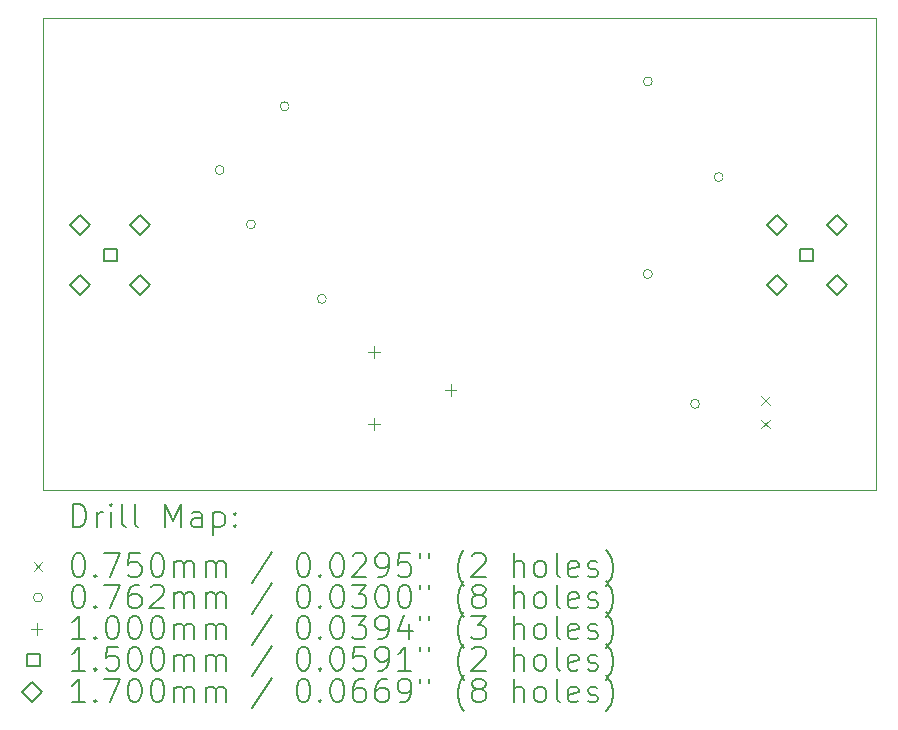
<source format=gbr>
%FSLAX45Y45*%
G04 Gerber Fmt 4.5, Leading zero omitted, Abs format (unit mm)*
G04 Created by KiCad (PCBNEW (6.0.4)) date 2022-04-05 14:23:42*
%MOMM*%
%LPD*%
G01*
G04 APERTURE LIST*
%TA.AperFunction,Profile*%
%ADD10C,0.100000*%
%TD*%
%ADD11C,0.200000*%
%ADD12C,0.075000*%
%ADD13C,0.076200*%
%ADD14C,0.100000*%
%ADD15C,0.150000*%
%ADD16C,0.170000*%
G04 APERTURE END LIST*
D10*
X11570000Y-6790000D02*
X18620000Y-6790000D01*
X18620000Y-6790000D02*
X18620000Y-10790000D01*
X18620000Y-10790000D02*
X11570000Y-10790000D01*
X11570000Y-10790000D02*
X11570000Y-6790000D01*
D11*
D12*
X17652500Y-9992500D02*
X17727500Y-10067500D01*
X17727500Y-9992500D02*
X17652500Y-10067500D01*
X17652500Y-10192500D02*
X17727500Y-10267500D01*
X17727500Y-10192500D02*
X17652500Y-10267500D01*
D13*
X13103100Y-8080000D02*
G75*
G03*
X13103100Y-8080000I-38100J0D01*
G01*
X13368100Y-8540000D02*
G75*
G03*
X13368100Y-8540000I-38100J0D01*
G01*
X13653100Y-7540000D02*
G75*
G03*
X13653100Y-7540000I-38100J0D01*
G01*
X13968100Y-9170000D02*
G75*
G03*
X13968100Y-9170000I-38100J0D01*
G01*
X16728100Y-7330000D02*
G75*
G03*
X16728100Y-7330000I-38100J0D01*
G01*
X16728100Y-8960000D02*
G75*
G03*
X16728100Y-8960000I-38100J0D01*
G01*
X17128100Y-10060000D02*
G75*
G03*
X17128100Y-10060000I-38100J0D01*
G01*
X17328100Y-8140000D02*
G75*
G03*
X17328100Y-8140000I-38100J0D01*
G01*
D14*
X14370000Y-9570000D02*
X14370000Y-9670000D01*
X14320000Y-9620000D02*
X14420000Y-9620000D01*
X14370000Y-10180000D02*
X14370000Y-10280000D01*
X14320000Y-10230000D02*
X14420000Y-10230000D01*
X15020000Y-9890000D02*
X15020000Y-9990000D01*
X14970000Y-9940000D02*
X15070000Y-9940000D01*
D15*
X12193033Y-8853034D02*
X12193033Y-8746967D01*
X12086966Y-8746967D01*
X12086966Y-8853034D01*
X12193033Y-8853034D01*
X18088034Y-8853034D02*
X18088034Y-8746967D01*
X17981967Y-8746967D01*
X17981967Y-8853034D01*
X18088034Y-8853034D01*
D16*
X11886000Y-8631000D02*
X11971000Y-8546000D01*
X11886000Y-8461000D01*
X11801000Y-8546000D01*
X11886000Y-8631000D01*
X11886000Y-9139000D02*
X11971000Y-9054000D01*
X11886000Y-8969000D01*
X11801000Y-9054000D01*
X11886000Y-9139000D01*
X12394000Y-8631000D02*
X12479000Y-8546000D01*
X12394000Y-8461000D01*
X12309000Y-8546000D01*
X12394000Y-8631000D01*
X12394000Y-9139000D02*
X12479000Y-9054000D01*
X12394000Y-8969000D01*
X12309000Y-9054000D01*
X12394000Y-9139000D01*
X17781000Y-8631000D02*
X17866000Y-8546000D01*
X17781000Y-8461000D01*
X17696000Y-8546000D01*
X17781000Y-8631000D01*
X17781000Y-9139000D02*
X17866000Y-9054000D01*
X17781000Y-8969000D01*
X17696000Y-9054000D01*
X17781000Y-9139000D01*
X18289000Y-8631000D02*
X18374000Y-8546000D01*
X18289000Y-8461000D01*
X18204000Y-8546000D01*
X18289000Y-8631000D01*
X18289000Y-9139000D02*
X18374000Y-9054000D01*
X18289000Y-8969000D01*
X18204000Y-9054000D01*
X18289000Y-9139000D01*
D11*
X11822619Y-11105476D02*
X11822619Y-10905476D01*
X11870238Y-10905476D01*
X11898809Y-10915000D01*
X11917857Y-10934048D01*
X11927381Y-10953095D01*
X11936905Y-10991190D01*
X11936905Y-11019762D01*
X11927381Y-11057857D01*
X11917857Y-11076905D01*
X11898809Y-11095952D01*
X11870238Y-11105476D01*
X11822619Y-11105476D01*
X12022619Y-11105476D02*
X12022619Y-10972143D01*
X12022619Y-11010238D02*
X12032143Y-10991190D01*
X12041667Y-10981667D01*
X12060714Y-10972143D01*
X12079762Y-10972143D01*
X12146428Y-11105476D02*
X12146428Y-10972143D01*
X12146428Y-10905476D02*
X12136905Y-10915000D01*
X12146428Y-10924524D01*
X12155952Y-10915000D01*
X12146428Y-10905476D01*
X12146428Y-10924524D01*
X12270238Y-11105476D02*
X12251190Y-11095952D01*
X12241667Y-11076905D01*
X12241667Y-10905476D01*
X12375000Y-11105476D02*
X12355952Y-11095952D01*
X12346428Y-11076905D01*
X12346428Y-10905476D01*
X12603571Y-11105476D02*
X12603571Y-10905476D01*
X12670238Y-11048333D01*
X12736905Y-10905476D01*
X12736905Y-11105476D01*
X12917857Y-11105476D02*
X12917857Y-11000714D01*
X12908333Y-10981667D01*
X12889286Y-10972143D01*
X12851190Y-10972143D01*
X12832143Y-10981667D01*
X12917857Y-11095952D02*
X12898809Y-11105476D01*
X12851190Y-11105476D01*
X12832143Y-11095952D01*
X12822619Y-11076905D01*
X12822619Y-11057857D01*
X12832143Y-11038810D01*
X12851190Y-11029286D01*
X12898809Y-11029286D01*
X12917857Y-11019762D01*
X13013095Y-10972143D02*
X13013095Y-11172143D01*
X13013095Y-10981667D02*
X13032143Y-10972143D01*
X13070238Y-10972143D01*
X13089286Y-10981667D01*
X13098809Y-10991190D01*
X13108333Y-11010238D01*
X13108333Y-11067381D01*
X13098809Y-11086429D01*
X13089286Y-11095952D01*
X13070238Y-11105476D01*
X13032143Y-11105476D01*
X13013095Y-11095952D01*
X13194048Y-11086429D02*
X13203571Y-11095952D01*
X13194048Y-11105476D01*
X13184524Y-11095952D01*
X13194048Y-11086429D01*
X13194048Y-11105476D01*
X13194048Y-10981667D02*
X13203571Y-10991190D01*
X13194048Y-11000714D01*
X13184524Y-10991190D01*
X13194048Y-10981667D01*
X13194048Y-11000714D01*
D12*
X11490000Y-11397500D02*
X11565000Y-11472500D01*
X11565000Y-11397500D02*
X11490000Y-11472500D01*
D11*
X11860714Y-11325476D02*
X11879762Y-11325476D01*
X11898809Y-11335000D01*
X11908333Y-11344524D01*
X11917857Y-11363571D01*
X11927381Y-11401667D01*
X11927381Y-11449286D01*
X11917857Y-11487381D01*
X11908333Y-11506428D01*
X11898809Y-11515952D01*
X11879762Y-11525476D01*
X11860714Y-11525476D01*
X11841667Y-11515952D01*
X11832143Y-11506428D01*
X11822619Y-11487381D01*
X11813095Y-11449286D01*
X11813095Y-11401667D01*
X11822619Y-11363571D01*
X11832143Y-11344524D01*
X11841667Y-11335000D01*
X11860714Y-11325476D01*
X12013095Y-11506428D02*
X12022619Y-11515952D01*
X12013095Y-11525476D01*
X12003571Y-11515952D01*
X12013095Y-11506428D01*
X12013095Y-11525476D01*
X12089286Y-11325476D02*
X12222619Y-11325476D01*
X12136905Y-11525476D01*
X12394048Y-11325476D02*
X12298809Y-11325476D01*
X12289286Y-11420714D01*
X12298809Y-11411190D01*
X12317857Y-11401667D01*
X12365476Y-11401667D01*
X12384524Y-11411190D01*
X12394048Y-11420714D01*
X12403571Y-11439762D01*
X12403571Y-11487381D01*
X12394048Y-11506428D01*
X12384524Y-11515952D01*
X12365476Y-11525476D01*
X12317857Y-11525476D01*
X12298809Y-11515952D01*
X12289286Y-11506428D01*
X12527381Y-11325476D02*
X12546428Y-11325476D01*
X12565476Y-11335000D01*
X12575000Y-11344524D01*
X12584524Y-11363571D01*
X12594048Y-11401667D01*
X12594048Y-11449286D01*
X12584524Y-11487381D01*
X12575000Y-11506428D01*
X12565476Y-11515952D01*
X12546428Y-11525476D01*
X12527381Y-11525476D01*
X12508333Y-11515952D01*
X12498809Y-11506428D01*
X12489286Y-11487381D01*
X12479762Y-11449286D01*
X12479762Y-11401667D01*
X12489286Y-11363571D01*
X12498809Y-11344524D01*
X12508333Y-11335000D01*
X12527381Y-11325476D01*
X12679762Y-11525476D02*
X12679762Y-11392143D01*
X12679762Y-11411190D02*
X12689286Y-11401667D01*
X12708333Y-11392143D01*
X12736905Y-11392143D01*
X12755952Y-11401667D01*
X12765476Y-11420714D01*
X12765476Y-11525476D01*
X12765476Y-11420714D02*
X12775000Y-11401667D01*
X12794048Y-11392143D01*
X12822619Y-11392143D01*
X12841667Y-11401667D01*
X12851190Y-11420714D01*
X12851190Y-11525476D01*
X12946428Y-11525476D02*
X12946428Y-11392143D01*
X12946428Y-11411190D02*
X12955952Y-11401667D01*
X12975000Y-11392143D01*
X13003571Y-11392143D01*
X13022619Y-11401667D01*
X13032143Y-11420714D01*
X13032143Y-11525476D01*
X13032143Y-11420714D02*
X13041667Y-11401667D01*
X13060714Y-11392143D01*
X13089286Y-11392143D01*
X13108333Y-11401667D01*
X13117857Y-11420714D01*
X13117857Y-11525476D01*
X13508333Y-11315952D02*
X13336905Y-11573095D01*
X13765476Y-11325476D02*
X13784524Y-11325476D01*
X13803571Y-11335000D01*
X13813095Y-11344524D01*
X13822619Y-11363571D01*
X13832143Y-11401667D01*
X13832143Y-11449286D01*
X13822619Y-11487381D01*
X13813095Y-11506428D01*
X13803571Y-11515952D01*
X13784524Y-11525476D01*
X13765476Y-11525476D01*
X13746428Y-11515952D01*
X13736905Y-11506428D01*
X13727381Y-11487381D01*
X13717857Y-11449286D01*
X13717857Y-11401667D01*
X13727381Y-11363571D01*
X13736905Y-11344524D01*
X13746428Y-11335000D01*
X13765476Y-11325476D01*
X13917857Y-11506428D02*
X13927381Y-11515952D01*
X13917857Y-11525476D01*
X13908333Y-11515952D01*
X13917857Y-11506428D01*
X13917857Y-11525476D01*
X14051190Y-11325476D02*
X14070238Y-11325476D01*
X14089286Y-11335000D01*
X14098809Y-11344524D01*
X14108333Y-11363571D01*
X14117857Y-11401667D01*
X14117857Y-11449286D01*
X14108333Y-11487381D01*
X14098809Y-11506428D01*
X14089286Y-11515952D01*
X14070238Y-11525476D01*
X14051190Y-11525476D01*
X14032143Y-11515952D01*
X14022619Y-11506428D01*
X14013095Y-11487381D01*
X14003571Y-11449286D01*
X14003571Y-11401667D01*
X14013095Y-11363571D01*
X14022619Y-11344524D01*
X14032143Y-11335000D01*
X14051190Y-11325476D01*
X14194048Y-11344524D02*
X14203571Y-11335000D01*
X14222619Y-11325476D01*
X14270238Y-11325476D01*
X14289286Y-11335000D01*
X14298809Y-11344524D01*
X14308333Y-11363571D01*
X14308333Y-11382619D01*
X14298809Y-11411190D01*
X14184524Y-11525476D01*
X14308333Y-11525476D01*
X14403571Y-11525476D02*
X14441667Y-11525476D01*
X14460714Y-11515952D01*
X14470238Y-11506428D01*
X14489286Y-11477857D01*
X14498809Y-11439762D01*
X14498809Y-11363571D01*
X14489286Y-11344524D01*
X14479762Y-11335000D01*
X14460714Y-11325476D01*
X14422619Y-11325476D01*
X14403571Y-11335000D01*
X14394048Y-11344524D01*
X14384524Y-11363571D01*
X14384524Y-11411190D01*
X14394048Y-11430238D01*
X14403571Y-11439762D01*
X14422619Y-11449286D01*
X14460714Y-11449286D01*
X14479762Y-11439762D01*
X14489286Y-11430238D01*
X14498809Y-11411190D01*
X14679762Y-11325476D02*
X14584524Y-11325476D01*
X14575000Y-11420714D01*
X14584524Y-11411190D01*
X14603571Y-11401667D01*
X14651190Y-11401667D01*
X14670238Y-11411190D01*
X14679762Y-11420714D01*
X14689286Y-11439762D01*
X14689286Y-11487381D01*
X14679762Y-11506428D01*
X14670238Y-11515952D01*
X14651190Y-11525476D01*
X14603571Y-11525476D01*
X14584524Y-11515952D01*
X14575000Y-11506428D01*
X14765476Y-11325476D02*
X14765476Y-11363571D01*
X14841667Y-11325476D02*
X14841667Y-11363571D01*
X15136905Y-11601667D02*
X15127381Y-11592143D01*
X15108333Y-11563571D01*
X15098809Y-11544524D01*
X15089286Y-11515952D01*
X15079762Y-11468333D01*
X15079762Y-11430238D01*
X15089286Y-11382619D01*
X15098809Y-11354048D01*
X15108333Y-11335000D01*
X15127381Y-11306428D01*
X15136905Y-11296905D01*
X15203571Y-11344524D02*
X15213095Y-11335000D01*
X15232143Y-11325476D01*
X15279762Y-11325476D01*
X15298809Y-11335000D01*
X15308333Y-11344524D01*
X15317857Y-11363571D01*
X15317857Y-11382619D01*
X15308333Y-11411190D01*
X15194048Y-11525476D01*
X15317857Y-11525476D01*
X15555952Y-11525476D02*
X15555952Y-11325476D01*
X15641667Y-11525476D02*
X15641667Y-11420714D01*
X15632143Y-11401667D01*
X15613095Y-11392143D01*
X15584524Y-11392143D01*
X15565476Y-11401667D01*
X15555952Y-11411190D01*
X15765476Y-11525476D02*
X15746428Y-11515952D01*
X15736905Y-11506428D01*
X15727381Y-11487381D01*
X15727381Y-11430238D01*
X15736905Y-11411190D01*
X15746428Y-11401667D01*
X15765476Y-11392143D01*
X15794048Y-11392143D01*
X15813095Y-11401667D01*
X15822619Y-11411190D01*
X15832143Y-11430238D01*
X15832143Y-11487381D01*
X15822619Y-11506428D01*
X15813095Y-11515952D01*
X15794048Y-11525476D01*
X15765476Y-11525476D01*
X15946428Y-11525476D02*
X15927381Y-11515952D01*
X15917857Y-11496905D01*
X15917857Y-11325476D01*
X16098809Y-11515952D02*
X16079762Y-11525476D01*
X16041667Y-11525476D01*
X16022619Y-11515952D01*
X16013095Y-11496905D01*
X16013095Y-11420714D01*
X16022619Y-11401667D01*
X16041667Y-11392143D01*
X16079762Y-11392143D01*
X16098809Y-11401667D01*
X16108333Y-11420714D01*
X16108333Y-11439762D01*
X16013095Y-11458809D01*
X16184524Y-11515952D02*
X16203571Y-11525476D01*
X16241667Y-11525476D01*
X16260714Y-11515952D01*
X16270238Y-11496905D01*
X16270238Y-11487381D01*
X16260714Y-11468333D01*
X16241667Y-11458809D01*
X16213095Y-11458809D01*
X16194048Y-11449286D01*
X16184524Y-11430238D01*
X16184524Y-11420714D01*
X16194048Y-11401667D01*
X16213095Y-11392143D01*
X16241667Y-11392143D01*
X16260714Y-11401667D01*
X16336905Y-11601667D02*
X16346428Y-11592143D01*
X16365476Y-11563571D01*
X16375000Y-11544524D01*
X16384524Y-11515952D01*
X16394048Y-11468333D01*
X16394048Y-11430238D01*
X16384524Y-11382619D01*
X16375000Y-11354048D01*
X16365476Y-11335000D01*
X16346428Y-11306428D01*
X16336905Y-11296905D01*
D13*
X11565000Y-11699000D02*
G75*
G03*
X11565000Y-11699000I-38100J0D01*
G01*
D11*
X11860714Y-11589476D02*
X11879762Y-11589476D01*
X11898809Y-11599000D01*
X11908333Y-11608524D01*
X11917857Y-11627571D01*
X11927381Y-11665667D01*
X11927381Y-11713286D01*
X11917857Y-11751381D01*
X11908333Y-11770428D01*
X11898809Y-11779952D01*
X11879762Y-11789476D01*
X11860714Y-11789476D01*
X11841667Y-11779952D01*
X11832143Y-11770428D01*
X11822619Y-11751381D01*
X11813095Y-11713286D01*
X11813095Y-11665667D01*
X11822619Y-11627571D01*
X11832143Y-11608524D01*
X11841667Y-11599000D01*
X11860714Y-11589476D01*
X12013095Y-11770428D02*
X12022619Y-11779952D01*
X12013095Y-11789476D01*
X12003571Y-11779952D01*
X12013095Y-11770428D01*
X12013095Y-11789476D01*
X12089286Y-11589476D02*
X12222619Y-11589476D01*
X12136905Y-11789476D01*
X12384524Y-11589476D02*
X12346428Y-11589476D01*
X12327381Y-11599000D01*
X12317857Y-11608524D01*
X12298809Y-11637095D01*
X12289286Y-11675190D01*
X12289286Y-11751381D01*
X12298809Y-11770428D01*
X12308333Y-11779952D01*
X12327381Y-11789476D01*
X12365476Y-11789476D01*
X12384524Y-11779952D01*
X12394048Y-11770428D01*
X12403571Y-11751381D01*
X12403571Y-11703762D01*
X12394048Y-11684714D01*
X12384524Y-11675190D01*
X12365476Y-11665667D01*
X12327381Y-11665667D01*
X12308333Y-11675190D01*
X12298809Y-11684714D01*
X12289286Y-11703762D01*
X12479762Y-11608524D02*
X12489286Y-11599000D01*
X12508333Y-11589476D01*
X12555952Y-11589476D01*
X12575000Y-11599000D01*
X12584524Y-11608524D01*
X12594048Y-11627571D01*
X12594048Y-11646619D01*
X12584524Y-11675190D01*
X12470238Y-11789476D01*
X12594048Y-11789476D01*
X12679762Y-11789476D02*
X12679762Y-11656143D01*
X12679762Y-11675190D02*
X12689286Y-11665667D01*
X12708333Y-11656143D01*
X12736905Y-11656143D01*
X12755952Y-11665667D01*
X12765476Y-11684714D01*
X12765476Y-11789476D01*
X12765476Y-11684714D02*
X12775000Y-11665667D01*
X12794048Y-11656143D01*
X12822619Y-11656143D01*
X12841667Y-11665667D01*
X12851190Y-11684714D01*
X12851190Y-11789476D01*
X12946428Y-11789476D02*
X12946428Y-11656143D01*
X12946428Y-11675190D02*
X12955952Y-11665667D01*
X12975000Y-11656143D01*
X13003571Y-11656143D01*
X13022619Y-11665667D01*
X13032143Y-11684714D01*
X13032143Y-11789476D01*
X13032143Y-11684714D02*
X13041667Y-11665667D01*
X13060714Y-11656143D01*
X13089286Y-11656143D01*
X13108333Y-11665667D01*
X13117857Y-11684714D01*
X13117857Y-11789476D01*
X13508333Y-11579952D02*
X13336905Y-11837095D01*
X13765476Y-11589476D02*
X13784524Y-11589476D01*
X13803571Y-11599000D01*
X13813095Y-11608524D01*
X13822619Y-11627571D01*
X13832143Y-11665667D01*
X13832143Y-11713286D01*
X13822619Y-11751381D01*
X13813095Y-11770428D01*
X13803571Y-11779952D01*
X13784524Y-11789476D01*
X13765476Y-11789476D01*
X13746428Y-11779952D01*
X13736905Y-11770428D01*
X13727381Y-11751381D01*
X13717857Y-11713286D01*
X13717857Y-11665667D01*
X13727381Y-11627571D01*
X13736905Y-11608524D01*
X13746428Y-11599000D01*
X13765476Y-11589476D01*
X13917857Y-11770428D02*
X13927381Y-11779952D01*
X13917857Y-11789476D01*
X13908333Y-11779952D01*
X13917857Y-11770428D01*
X13917857Y-11789476D01*
X14051190Y-11589476D02*
X14070238Y-11589476D01*
X14089286Y-11599000D01*
X14098809Y-11608524D01*
X14108333Y-11627571D01*
X14117857Y-11665667D01*
X14117857Y-11713286D01*
X14108333Y-11751381D01*
X14098809Y-11770428D01*
X14089286Y-11779952D01*
X14070238Y-11789476D01*
X14051190Y-11789476D01*
X14032143Y-11779952D01*
X14022619Y-11770428D01*
X14013095Y-11751381D01*
X14003571Y-11713286D01*
X14003571Y-11665667D01*
X14013095Y-11627571D01*
X14022619Y-11608524D01*
X14032143Y-11599000D01*
X14051190Y-11589476D01*
X14184524Y-11589476D02*
X14308333Y-11589476D01*
X14241667Y-11665667D01*
X14270238Y-11665667D01*
X14289286Y-11675190D01*
X14298809Y-11684714D01*
X14308333Y-11703762D01*
X14308333Y-11751381D01*
X14298809Y-11770428D01*
X14289286Y-11779952D01*
X14270238Y-11789476D01*
X14213095Y-11789476D01*
X14194048Y-11779952D01*
X14184524Y-11770428D01*
X14432143Y-11589476D02*
X14451190Y-11589476D01*
X14470238Y-11599000D01*
X14479762Y-11608524D01*
X14489286Y-11627571D01*
X14498809Y-11665667D01*
X14498809Y-11713286D01*
X14489286Y-11751381D01*
X14479762Y-11770428D01*
X14470238Y-11779952D01*
X14451190Y-11789476D01*
X14432143Y-11789476D01*
X14413095Y-11779952D01*
X14403571Y-11770428D01*
X14394048Y-11751381D01*
X14384524Y-11713286D01*
X14384524Y-11665667D01*
X14394048Y-11627571D01*
X14403571Y-11608524D01*
X14413095Y-11599000D01*
X14432143Y-11589476D01*
X14622619Y-11589476D02*
X14641667Y-11589476D01*
X14660714Y-11599000D01*
X14670238Y-11608524D01*
X14679762Y-11627571D01*
X14689286Y-11665667D01*
X14689286Y-11713286D01*
X14679762Y-11751381D01*
X14670238Y-11770428D01*
X14660714Y-11779952D01*
X14641667Y-11789476D01*
X14622619Y-11789476D01*
X14603571Y-11779952D01*
X14594048Y-11770428D01*
X14584524Y-11751381D01*
X14575000Y-11713286D01*
X14575000Y-11665667D01*
X14584524Y-11627571D01*
X14594048Y-11608524D01*
X14603571Y-11599000D01*
X14622619Y-11589476D01*
X14765476Y-11589476D02*
X14765476Y-11627571D01*
X14841667Y-11589476D02*
X14841667Y-11627571D01*
X15136905Y-11865667D02*
X15127381Y-11856143D01*
X15108333Y-11827571D01*
X15098809Y-11808524D01*
X15089286Y-11779952D01*
X15079762Y-11732333D01*
X15079762Y-11694238D01*
X15089286Y-11646619D01*
X15098809Y-11618048D01*
X15108333Y-11599000D01*
X15127381Y-11570428D01*
X15136905Y-11560905D01*
X15241667Y-11675190D02*
X15222619Y-11665667D01*
X15213095Y-11656143D01*
X15203571Y-11637095D01*
X15203571Y-11627571D01*
X15213095Y-11608524D01*
X15222619Y-11599000D01*
X15241667Y-11589476D01*
X15279762Y-11589476D01*
X15298809Y-11599000D01*
X15308333Y-11608524D01*
X15317857Y-11627571D01*
X15317857Y-11637095D01*
X15308333Y-11656143D01*
X15298809Y-11665667D01*
X15279762Y-11675190D01*
X15241667Y-11675190D01*
X15222619Y-11684714D01*
X15213095Y-11694238D01*
X15203571Y-11713286D01*
X15203571Y-11751381D01*
X15213095Y-11770428D01*
X15222619Y-11779952D01*
X15241667Y-11789476D01*
X15279762Y-11789476D01*
X15298809Y-11779952D01*
X15308333Y-11770428D01*
X15317857Y-11751381D01*
X15317857Y-11713286D01*
X15308333Y-11694238D01*
X15298809Y-11684714D01*
X15279762Y-11675190D01*
X15555952Y-11789476D02*
X15555952Y-11589476D01*
X15641667Y-11789476D02*
X15641667Y-11684714D01*
X15632143Y-11665667D01*
X15613095Y-11656143D01*
X15584524Y-11656143D01*
X15565476Y-11665667D01*
X15555952Y-11675190D01*
X15765476Y-11789476D02*
X15746428Y-11779952D01*
X15736905Y-11770428D01*
X15727381Y-11751381D01*
X15727381Y-11694238D01*
X15736905Y-11675190D01*
X15746428Y-11665667D01*
X15765476Y-11656143D01*
X15794048Y-11656143D01*
X15813095Y-11665667D01*
X15822619Y-11675190D01*
X15832143Y-11694238D01*
X15832143Y-11751381D01*
X15822619Y-11770428D01*
X15813095Y-11779952D01*
X15794048Y-11789476D01*
X15765476Y-11789476D01*
X15946428Y-11789476D02*
X15927381Y-11779952D01*
X15917857Y-11760905D01*
X15917857Y-11589476D01*
X16098809Y-11779952D02*
X16079762Y-11789476D01*
X16041667Y-11789476D01*
X16022619Y-11779952D01*
X16013095Y-11760905D01*
X16013095Y-11684714D01*
X16022619Y-11665667D01*
X16041667Y-11656143D01*
X16079762Y-11656143D01*
X16098809Y-11665667D01*
X16108333Y-11684714D01*
X16108333Y-11703762D01*
X16013095Y-11722809D01*
X16184524Y-11779952D02*
X16203571Y-11789476D01*
X16241667Y-11789476D01*
X16260714Y-11779952D01*
X16270238Y-11760905D01*
X16270238Y-11751381D01*
X16260714Y-11732333D01*
X16241667Y-11722809D01*
X16213095Y-11722809D01*
X16194048Y-11713286D01*
X16184524Y-11694238D01*
X16184524Y-11684714D01*
X16194048Y-11665667D01*
X16213095Y-11656143D01*
X16241667Y-11656143D01*
X16260714Y-11665667D01*
X16336905Y-11865667D02*
X16346428Y-11856143D01*
X16365476Y-11827571D01*
X16375000Y-11808524D01*
X16384524Y-11779952D01*
X16394048Y-11732333D01*
X16394048Y-11694238D01*
X16384524Y-11646619D01*
X16375000Y-11618048D01*
X16365476Y-11599000D01*
X16346428Y-11570428D01*
X16336905Y-11560905D01*
D14*
X11515000Y-11913000D02*
X11515000Y-12013000D01*
X11465000Y-11963000D02*
X11565000Y-11963000D01*
D11*
X11927381Y-12053476D02*
X11813095Y-12053476D01*
X11870238Y-12053476D02*
X11870238Y-11853476D01*
X11851190Y-11882048D01*
X11832143Y-11901095D01*
X11813095Y-11910619D01*
X12013095Y-12034428D02*
X12022619Y-12043952D01*
X12013095Y-12053476D01*
X12003571Y-12043952D01*
X12013095Y-12034428D01*
X12013095Y-12053476D01*
X12146428Y-11853476D02*
X12165476Y-11853476D01*
X12184524Y-11863000D01*
X12194048Y-11872524D01*
X12203571Y-11891571D01*
X12213095Y-11929667D01*
X12213095Y-11977286D01*
X12203571Y-12015381D01*
X12194048Y-12034428D01*
X12184524Y-12043952D01*
X12165476Y-12053476D01*
X12146428Y-12053476D01*
X12127381Y-12043952D01*
X12117857Y-12034428D01*
X12108333Y-12015381D01*
X12098809Y-11977286D01*
X12098809Y-11929667D01*
X12108333Y-11891571D01*
X12117857Y-11872524D01*
X12127381Y-11863000D01*
X12146428Y-11853476D01*
X12336905Y-11853476D02*
X12355952Y-11853476D01*
X12375000Y-11863000D01*
X12384524Y-11872524D01*
X12394048Y-11891571D01*
X12403571Y-11929667D01*
X12403571Y-11977286D01*
X12394048Y-12015381D01*
X12384524Y-12034428D01*
X12375000Y-12043952D01*
X12355952Y-12053476D01*
X12336905Y-12053476D01*
X12317857Y-12043952D01*
X12308333Y-12034428D01*
X12298809Y-12015381D01*
X12289286Y-11977286D01*
X12289286Y-11929667D01*
X12298809Y-11891571D01*
X12308333Y-11872524D01*
X12317857Y-11863000D01*
X12336905Y-11853476D01*
X12527381Y-11853476D02*
X12546428Y-11853476D01*
X12565476Y-11863000D01*
X12575000Y-11872524D01*
X12584524Y-11891571D01*
X12594048Y-11929667D01*
X12594048Y-11977286D01*
X12584524Y-12015381D01*
X12575000Y-12034428D01*
X12565476Y-12043952D01*
X12546428Y-12053476D01*
X12527381Y-12053476D01*
X12508333Y-12043952D01*
X12498809Y-12034428D01*
X12489286Y-12015381D01*
X12479762Y-11977286D01*
X12479762Y-11929667D01*
X12489286Y-11891571D01*
X12498809Y-11872524D01*
X12508333Y-11863000D01*
X12527381Y-11853476D01*
X12679762Y-12053476D02*
X12679762Y-11920143D01*
X12679762Y-11939190D02*
X12689286Y-11929667D01*
X12708333Y-11920143D01*
X12736905Y-11920143D01*
X12755952Y-11929667D01*
X12765476Y-11948714D01*
X12765476Y-12053476D01*
X12765476Y-11948714D02*
X12775000Y-11929667D01*
X12794048Y-11920143D01*
X12822619Y-11920143D01*
X12841667Y-11929667D01*
X12851190Y-11948714D01*
X12851190Y-12053476D01*
X12946428Y-12053476D02*
X12946428Y-11920143D01*
X12946428Y-11939190D02*
X12955952Y-11929667D01*
X12975000Y-11920143D01*
X13003571Y-11920143D01*
X13022619Y-11929667D01*
X13032143Y-11948714D01*
X13032143Y-12053476D01*
X13032143Y-11948714D02*
X13041667Y-11929667D01*
X13060714Y-11920143D01*
X13089286Y-11920143D01*
X13108333Y-11929667D01*
X13117857Y-11948714D01*
X13117857Y-12053476D01*
X13508333Y-11843952D02*
X13336905Y-12101095D01*
X13765476Y-11853476D02*
X13784524Y-11853476D01*
X13803571Y-11863000D01*
X13813095Y-11872524D01*
X13822619Y-11891571D01*
X13832143Y-11929667D01*
X13832143Y-11977286D01*
X13822619Y-12015381D01*
X13813095Y-12034428D01*
X13803571Y-12043952D01*
X13784524Y-12053476D01*
X13765476Y-12053476D01*
X13746428Y-12043952D01*
X13736905Y-12034428D01*
X13727381Y-12015381D01*
X13717857Y-11977286D01*
X13717857Y-11929667D01*
X13727381Y-11891571D01*
X13736905Y-11872524D01*
X13746428Y-11863000D01*
X13765476Y-11853476D01*
X13917857Y-12034428D02*
X13927381Y-12043952D01*
X13917857Y-12053476D01*
X13908333Y-12043952D01*
X13917857Y-12034428D01*
X13917857Y-12053476D01*
X14051190Y-11853476D02*
X14070238Y-11853476D01*
X14089286Y-11863000D01*
X14098809Y-11872524D01*
X14108333Y-11891571D01*
X14117857Y-11929667D01*
X14117857Y-11977286D01*
X14108333Y-12015381D01*
X14098809Y-12034428D01*
X14089286Y-12043952D01*
X14070238Y-12053476D01*
X14051190Y-12053476D01*
X14032143Y-12043952D01*
X14022619Y-12034428D01*
X14013095Y-12015381D01*
X14003571Y-11977286D01*
X14003571Y-11929667D01*
X14013095Y-11891571D01*
X14022619Y-11872524D01*
X14032143Y-11863000D01*
X14051190Y-11853476D01*
X14184524Y-11853476D02*
X14308333Y-11853476D01*
X14241667Y-11929667D01*
X14270238Y-11929667D01*
X14289286Y-11939190D01*
X14298809Y-11948714D01*
X14308333Y-11967762D01*
X14308333Y-12015381D01*
X14298809Y-12034428D01*
X14289286Y-12043952D01*
X14270238Y-12053476D01*
X14213095Y-12053476D01*
X14194048Y-12043952D01*
X14184524Y-12034428D01*
X14403571Y-12053476D02*
X14441667Y-12053476D01*
X14460714Y-12043952D01*
X14470238Y-12034428D01*
X14489286Y-12005857D01*
X14498809Y-11967762D01*
X14498809Y-11891571D01*
X14489286Y-11872524D01*
X14479762Y-11863000D01*
X14460714Y-11853476D01*
X14422619Y-11853476D01*
X14403571Y-11863000D01*
X14394048Y-11872524D01*
X14384524Y-11891571D01*
X14384524Y-11939190D01*
X14394048Y-11958238D01*
X14403571Y-11967762D01*
X14422619Y-11977286D01*
X14460714Y-11977286D01*
X14479762Y-11967762D01*
X14489286Y-11958238D01*
X14498809Y-11939190D01*
X14670238Y-11920143D02*
X14670238Y-12053476D01*
X14622619Y-11843952D02*
X14575000Y-11986809D01*
X14698809Y-11986809D01*
X14765476Y-11853476D02*
X14765476Y-11891571D01*
X14841667Y-11853476D02*
X14841667Y-11891571D01*
X15136905Y-12129667D02*
X15127381Y-12120143D01*
X15108333Y-12091571D01*
X15098809Y-12072524D01*
X15089286Y-12043952D01*
X15079762Y-11996333D01*
X15079762Y-11958238D01*
X15089286Y-11910619D01*
X15098809Y-11882048D01*
X15108333Y-11863000D01*
X15127381Y-11834428D01*
X15136905Y-11824905D01*
X15194048Y-11853476D02*
X15317857Y-11853476D01*
X15251190Y-11929667D01*
X15279762Y-11929667D01*
X15298809Y-11939190D01*
X15308333Y-11948714D01*
X15317857Y-11967762D01*
X15317857Y-12015381D01*
X15308333Y-12034428D01*
X15298809Y-12043952D01*
X15279762Y-12053476D01*
X15222619Y-12053476D01*
X15203571Y-12043952D01*
X15194048Y-12034428D01*
X15555952Y-12053476D02*
X15555952Y-11853476D01*
X15641667Y-12053476D02*
X15641667Y-11948714D01*
X15632143Y-11929667D01*
X15613095Y-11920143D01*
X15584524Y-11920143D01*
X15565476Y-11929667D01*
X15555952Y-11939190D01*
X15765476Y-12053476D02*
X15746428Y-12043952D01*
X15736905Y-12034428D01*
X15727381Y-12015381D01*
X15727381Y-11958238D01*
X15736905Y-11939190D01*
X15746428Y-11929667D01*
X15765476Y-11920143D01*
X15794048Y-11920143D01*
X15813095Y-11929667D01*
X15822619Y-11939190D01*
X15832143Y-11958238D01*
X15832143Y-12015381D01*
X15822619Y-12034428D01*
X15813095Y-12043952D01*
X15794048Y-12053476D01*
X15765476Y-12053476D01*
X15946428Y-12053476D02*
X15927381Y-12043952D01*
X15917857Y-12024905D01*
X15917857Y-11853476D01*
X16098809Y-12043952D02*
X16079762Y-12053476D01*
X16041667Y-12053476D01*
X16022619Y-12043952D01*
X16013095Y-12024905D01*
X16013095Y-11948714D01*
X16022619Y-11929667D01*
X16041667Y-11920143D01*
X16079762Y-11920143D01*
X16098809Y-11929667D01*
X16108333Y-11948714D01*
X16108333Y-11967762D01*
X16013095Y-11986809D01*
X16184524Y-12043952D02*
X16203571Y-12053476D01*
X16241667Y-12053476D01*
X16260714Y-12043952D01*
X16270238Y-12024905D01*
X16270238Y-12015381D01*
X16260714Y-11996333D01*
X16241667Y-11986809D01*
X16213095Y-11986809D01*
X16194048Y-11977286D01*
X16184524Y-11958238D01*
X16184524Y-11948714D01*
X16194048Y-11929667D01*
X16213095Y-11920143D01*
X16241667Y-11920143D01*
X16260714Y-11929667D01*
X16336905Y-12129667D02*
X16346428Y-12120143D01*
X16365476Y-12091571D01*
X16375000Y-12072524D01*
X16384524Y-12043952D01*
X16394048Y-11996333D01*
X16394048Y-11958238D01*
X16384524Y-11910619D01*
X16375000Y-11882048D01*
X16365476Y-11863000D01*
X16346428Y-11834428D01*
X16336905Y-11824905D01*
D15*
X11543033Y-12280033D02*
X11543033Y-12173966D01*
X11436966Y-12173966D01*
X11436966Y-12280033D01*
X11543033Y-12280033D01*
D11*
X11927381Y-12317476D02*
X11813095Y-12317476D01*
X11870238Y-12317476D02*
X11870238Y-12117476D01*
X11851190Y-12146048D01*
X11832143Y-12165095D01*
X11813095Y-12174619D01*
X12013095Y-12298428D02*
X12022619Y-12307952D01*
X12013095Y-12317476D01*
X12003571Y-12307952D01*
X12013095Y-12298428D01*
X12013095Y-12317476D01*
X12203571Y-12117476D02*
X12108333Y-12117476D01*
X12098809Y-12212714D01*
X12108333Y-12203190D01*
X12127381Y-12193667D01*
X12175000Y-12193667D01*
X12194048Y-12203190D01*
X12203571Y-12212714D01*
X12213095Y-12231762D01*
X12213095Y-12279381D01*
X12203571Y-12298428D01*
X12194048Y-12307952D01*
X12175000Y-12317476D01*
X12127381Y-12317476D01*
X12108333Y-12307952D01*
X12098809Y-12298428D01*
X12336905Y-12117476D02*
X12355952Y-12117476D01*
X12375000Y-12127000D01*
X12384524Y-12136524D01*
X12394048Y-12155571D01*
X12403571Y-12193667D01*
X12403571Y-12241286D01*
X12394048Y-12279381D01*
X12384524Y-12298428D01*
X12375000Y-12307952D01*
X12355952Y-12317476D01*
X12336905Y-12317476D01*
X12317857Y-12307952D01*
X12308333Y-12298428D01*
X12298809Y-12279381D01*
X12289286Y-12241286D01*
X12289286Y-12193667D01*
X12298809Y-12155571D01*
X12308333Y-12136524D01*
X12317857Y-12127000D01*
X12336905Y-12117476D01*
X12527381Y-12117476D02*
X12546428Y-12117476D01*
X12565476Y-12127000D01*
X12575000Y-12136524D01*
X12584524Y-12155571D01*
X12594048Y-12193667D01*
X12594048Y-12241286D01*
X12584524Y-12279381D01*
X12575000Y-12298428D01*
X12565476Y-12307952D01*
X12546428Y-12317476D01*
X12527381Y-12317476D01*
X12508333Y-12307952D01*
X12498809Y-12298428D01*
X12489286Y-12279381D01*
X12479762Y-12241286D01*
X12479762Y-12193667D01*
X12489286Y-12155571D01*
X12498809Y-12136524D01*
X12508333Y-12127000D01*
X12527381Y-12117476D01*
X12679762Y-12317476D02*
X12679762Y-12184143D01*
X12679762Y-12203190D02*
X12689286Y-12193667D01*
X12708333Y-12184143D01*
X12736905Y-12184143D01*
X12755952Y-12193667D01*
X12765476Y-12212714D01*
X12765476Y-12317476D01*
X12765476Y-12212714D02*
X12775000Y-12193667D01*
X12794048Y-12184143D01*
X12822619Y-12184143D01*
X12841667Y-12193667D01*
X12851190Y-12212714D01*
X12851190Y-12317476D01*
X12946428Y-12317476D02*
X12946428Y-12184143D01*
X12946428Y-12203190D02*
X12955952Y-12193667D01*
X12975000Y-12184143D01*
X13003571Y-12184143D01*
X13022619Y-12193667D01*
X13032143Y-12212714D01*
X13032143Y-12317476D01*
X13032143Y-12212714D02*
X13041667Y-12193667D01*
X13060714Y-12184143D01*
X13089286Y-12184143D01*
X13108333Y-12193667D01*
X13117857Y-12212714D01*
X13117857Y-12317476D01*
X13508333Y-12107952D02*
X13336905Y-12365095D01*
X13765476Y-12117476D02*
X13784524Y-12117476D01*
X13803571Y-12127000D01*
X13813095Y-12136524D01*
X13822619Y-12155571D01*
X13832143Y-12193667D01*
X13832143Y-12241286D01*
X13822619Y-12279381D01*
X13813095Y-12298428D01*
X13803571Y-12307952D01*
X13784524Y-12317476D01*
X13765476Y-12317476D01*
X13746428Y-12307952D01*
X13736905Y-12298428D01*
X13727381Y-12279381D01*
X13717857Y-12241286D01*
X13717857Y-12193667D01*
X13727381Y-12155571D01*
X13736905Y-12136524D01*
X13746428Y-12127000D01*
X13765476Y-12117476D01*
X13917857Y-12298428D02*
X13927381Y-12307952D01*
X13917857Y-12317476D01*
X13908333Y-12307952D01*
X13917857Y-12298428D01*
X13917857Y-12317476D01*
X14051190Y-12117476D02*
X14070238Y-12117476D01*
X14089286Y-12127000D01*
X14098809Y-12136524D01*
X14108333Y-12155571D01*
X14117857Y-12193667D01*
X14117857Y-12241286D01*
X14108333Y-12279381D01*
X14098809Y-12298428D01*
X14089286Y-12307952D01*
X14070238Y-12317476D01*
X14051190Y-12317476D01*
X14032143Y-12307952D01*
X14022619Y-12298428D01*
X14013095Y-12279381D01*
X14003571Y-12241286D01*
X14003571Y-12193667D01*
X14013095Y-12155571D01*
X14022619Y-12136524D01*
X14032143Y-12127000D01*
X14051190Y-12117476D01*
X14298809Y-12117476D02*
X14203571Y-12117476D01*
X14194048Y-12212714D01*
X14203571Y-12203190D01*
X14222619Y-12193667D01*
X14270238Y-12193667D01*
X14289286Y-12203190D01*
X14298809Y-12212714D01*
X14308333Y-12231762D01*
X14308333Y-12279381D01*
X14298809Y-12298428D01*
X14289286Y-12307952D01*
X14270238Y-12317476D01*
X14222619Y-12317476D01*
X14203571Y-12307952D01*
X14194048Y-12298428D01*
X14403571Y-12317476D02*
X14441667Y-12317476D01*
X14460714Y-12307952D01*
X14470238Y-12298428D01*
X14489286Y-12269857D01*
X14498809Y-12231762D01*
X14498809Y-12155571D01*
X14489286Y-12136524D01*
X14479762Y-12127000D01*
X14460714Y-12117476D01*
X14422619Y-12117476D01*
X14403571Y-12127000D01*
X14394048Y-12136524D01*
X14384524Y-12155571D01*
X14384524Y-12203190D01*
X14394048Y-12222238D01*
X14403571Y-12231762D01*
X14422619Y-12241286D01*
X14460714Y-12241286D01*
X14479762Y-12231762D01*
X14489286Y-12222238D01*
X14498809Y-12203190D01*
X14689286Y-12317476D02*
X14575000Y-12317476D01*
X14632143Y-12317476D02*
X14632143Y-12117476D01*
X14613095Y-12146048D01*
X14594048Y-12165095D01*
X14575000Y-12174619D01*
X14765476Y-12117476D02*
X14765476Y-12155571D01*
X14841667Y-12117476D02*
X14841667Y-12155571D01*
X15136905Y-12393667D02*
X15127381Y-12384143D01*
X15108333Y-12355571D01*
X15098809Y-12336524D01*
X15089286Y-12307952D01*
X15079762Y-12260333D01*
X15079762Y-12222238D01*
X15089286Y-12174619D01*
X15098809Y-12146048D01*
X15108333Y-12127000D01*
X15127381Y-12098428D01*
X15136905Y-12088905D01*
X15203571Y-12136524D02*
X15213095Y-12127000D01*
X15232143Y-12117476D01*
X15279762Y-12117476D01*
X15298809Y-12127000D01*
X15308333Y-12136524D01*
X15317857Y-12155571D01*
X15317857Y-12174619D01*
X15308333Y-12203190D01*
X15194048Y-12317476D01*
X15317857Y-12317476D01*
X15555952Y-12317476D02*
X15555952Y-12117476D01*
X15641667Y-12317476D02*
X15641667Y-12212714D01*
X15632143Y-12193667D01*
X15613095Y-12184143D01*
X15584524Y-12184143D01*
X15565476Y-12193667D01*
X15555952Y-12203190D01*
X15765476Y-12317476D02*
X15746428Y-12307952D01*
X15736905Y-12298428D01*
X15727381Y-12279381D01*
X15727381Y-12222238D01*
X15736905Y-12203190D01*
X15746428Y-12193667D01*
X15765476Y-12184143D01*
X15794048Y-12184143D01*
X15813095Y-12193667D01*
X15822619Y-12203190D01*
X15832143Y-12222238D01*
X15832143Y-12279381D01*
X15822619Y-12298428D01*
X15813095Y-12307952D01*
X15794048Y-12317476D01*
X15765476Y-12317476D01*
X15946428Y-12317476D02*
X15927381Y-12307952D01*
X15917857Y-12288905D01*
X15917857Y-12117476D01*
X16098809Y-12307952D02*
X16079762Y-12317476D01*
X16041667Y-12317476D01*
X16022619Y-12307952D01*
X16013095Y-12288905D01*
X16013095Y-12212714D01*
X16022619Y-12193667D01*
X16041667Y-12184143D01*
X16079762Y-12184143D01*
X16098809Y-12193667D01*
X16108333Y-12212714D01*
X16108333Y-12231762D01*
X16013095Y-12250809D01*
X16184524Y-12307952D02*
X16203571Y-12317476D01*
X16241667Y-12317476D01*
X16260714Y-12307952D01*
X16270238Y-12288905D01*
X16270238Y-12279381D01*
X16260714Y-12260333D01*
X16241667Y-12250809D01*
X16213095Y-12250809D01*
X16194048Y-12241286D01*
X16184524Y-12222238D01*
X16184524Y-12212714D01*
X16194048Y-12193667D01*
X16213095Y-12184143D01*
X16241667Y-12184143D01*
X16260714Y-12193667D01*
X16336905Y-12393667D02*
X16346428Y-12384143D01*
X16365476Y-12355571D01*
X16375000Y-12336524D01*
X16384524Y-12307952D01*
X16394048Y-12260333D01*
X16394048Y-12222238D01*
X16384524Y-12174619D01*
X16375000Y-12146048D01*
X16365476Y-12127000D01*
X16346428Y-12098428D01*
X16336905Y-12088905D01*
D16*
X11480000Y-12582000D02*
X11565000Y-12497000D01*
X11480000Y-12412000D01*
X11395000Y-12497000D01*
X11480000Y-12582000D01*
D11*
X11927381Y-12587476D02*
X11813095Y-12587476D01*
X11870238Y-12587476D02*
X11870238Y-12387476D01*
X11851190Y-12416048D01*
X11832143Y-12435095D01*
X11813095Y-12444619D01*
X12013095Y-12568428D02*
X12022619Y-12577952D01*
X12013095Y-12587476D01*
X12003571Y-12577952D01*
X12013095Y-12568428D01*
X12013095Y-12587476D01*
X12089286Y-12387476D02*
X12222619Y-12387476D01*
X12136905Y-12587476D01*
X12336905Y-12387476D02*
X12355952Y-12387476D01*
X12375000Y-12397000D01*
X12384524Y-12406524D01*
X12394048Y-12425571D01*
X12403571Y-12463667D01*
X12403571Y-12511286D01*
X12394048Y-12549381D01*
X12384524Y-12568428D01*
X12375000Y-12577952D01*
X12355952Y-12587476D01*
X12336905Y-12587476D01*
X12317857Y-12577952D01*
X12308333Y-12568428D01*
X12298809Y-12549381D01*
X12289286Y-12511286D01*
X12289286Y-12463667D01*
X12298809Y-12425571D01*
X12308333Y-12406524D01*
X12317857Y-12397000D01*
X12336905Y-12387476D01*
X12527381Y-12387476D02*
X12546428Y-12387476D01*
X12565476Y-12397000D01*
X12575000Y-12406524D01*
X12584524Y-12425571D01*
X12594048Y-12463667D01*
X12594048Y-12511286D01*
X12584524Y-12549381D01*
X12575000Y-12568428D01*
X12565476Y-12577952D01*
X12546428Y-12587476D01*
X12527381Y-12587476D01*
X12508333Y-12577952D01*
X12498809Y-12568428D01*
X12489286Y-12549381D01*
X12479762Y-12511286D01*
X12479762Y-12463667D01*
X12489286Y-12425571D01*
X12498809Y-12406524D01*
X12508333Y-12397000D01*
X12527381Y-12387476D01*
X12679762Y-12587476D02*
X12679762Y-12454143D01*
X12679762Y-12473190D02*
X12689286Y-12463667D01*
X12708333Y-12454143D01*
X12736905Y-12454143D01*
X12755952Y-12463667D01*
X12765476Y-12482714D01*
X12765476Y-12587476D01*
X12765476Y-12482714D02*
X12775000Y-12463667D01*
X12794048Y-12454143D01*
X12822619Y-12454143D01*
X12841667Y-12463667D01*
X12851190Y-12482714D01*
X12851190Y-12587476D01*
X12946428Y-12587476D02*
X12946428Y-12454143D01*
X12946428Y-12473190D02*
X12955952Y-12463667D01*
X12975000Y-12454143D01*
X13003571Y-12454143D01*
X13022619Y-12463667D01*
X13032143Y-12482714D01*
X13032143Y-12587476D01*
X13032143Y-12482714D02*
X13041667Y-12463667D01*
X13060714Y-12454143D01*
X13089286Y-12454143D01*
X13108333Y-12463667D01*
X13117857Y-12482714D01*
X13117857Y-12587476D01*
X13508333Y-12377952D02*
X13336905Y-12635095D01*
X13765476Y-12387476D02*
X13784524Y-12387476D01*
X13803571Y-12397000D01*
X13813095Y-12406524D01*
X13822619Y-12425571D01*
X13832143Y-12463667D01*
X13832143Y-12511286D01*
X13822619Y-12549381D01*
X13813095Y-12568428D01*
X13803571Y-12577952D01*
X13784524Y-12587476D01*
X13765476Y-12587476D01*
X13746428Y-12577952D01*
X13736905Y-12568428D01*
X13727381Y-12549381D01*
X13717857Y-12511286D01*
X13717857Y-12463667D01*
X13727381Y-12425571D01*
X13736905Y-12406524D01*
X13746428Y-12397000D01*
X13765476Y-12387476D01*
X13917857Y-12568428D02*
X13927381Y-12577952D01*
X13917857Y-12587476D01*
X13908333Y-12577952D01*
X13917857Y-12568428D01*
X13917857Y-12587476D01*
X14051190Y-12387476D02*
X14070238Y-12387476D01*
X14089286Y-12397000D01*
X14098809Y-12406524D01*
X14108333Y-12425571D01*
X14117857Y-12463667D01*
X14117857Y-12511286D01*
X14108333Y-12549381D01*
X14098809Y-12568428D01*
X14089286Y-12577952D01*
X14070238Y-12587476D01*
X14051190Y-12587476D01*
X14032143Y-12577952D01*
X14022619Y-12568428D01*
X14013095Y-12549381D01*
X14003571Y-12511286D01*
X14003571Y-12463667D01*
X14013095Y-12425571D01*
X14022619Y-12406524D01*
X14032143Y-12397000D01*
X14051190Y-12387476D01*
X14289286Y-12387476D02*
X14251190Y-12387476D01*
X14232143Y-12397000D01*
X14222619Y-12406524D01*
X14203571Y-12435095D01*
X14194048Y-12473190D01*
X14194048Y-12549381D01*
X14203571Y-12568428D01*
X14213095Y-12577952D01*
X14232143Y-12587476D01*
X14270238Y-12587476D01*
X14289286Y-12577952D01*
X14298809Y-12568428D01*
X14308333Y-12549381D01*
X14308333Y-12501762D01*
X14298809Y-12482714D01*
X14289286Y-12473190D01*
X14270238Y-12463667D01*
X14232143Y-12463667D01*
X14213095Y-12473190D01*
X14203571Y-12482714D01*
X14194048Y-12501762D01*
X14479762Y-12387476D02*
X14441667Y-12387476D01*
X14422619Y-12397000D01*
X14413095Y-12406524D01*
X14394048Y-12435095D01*
X14384524Y-12473190D01*
X14384524Y-12549381D01*
X14394048Y-12568428D01*
X14403571Y-12577952D01*
X14422619Y-12587476D01*
X14460714Y-12587476D01*
X14479762Y-12577952D01*
X14489286Y-12568428D01*
X14498809Y-12549381D01*
X14498809Y-12501762D01*
X14489286Y-12482714D01*
X14479762Y-12473190D01*
X14460714Y-12463667D01*
X14422619Y-12463667D01*
X14403571Y-12473190D01*
X14394048Y-12482714D01*
X14384524Y-12501762D01*
X14594048Y-12587476D02*
X14632143Y-12587476D01*
X14651190Y-12577952D01*
X14660714Y-12568428D01*
X14679762Y-12539857D01*
X14689286Y-12501762D01*
X14689286Y-12425571D01*
X14679762Y-12406524D01*
X14670238Y-12397000D01*
X14651190Y-12387476D01*
X14613095Y-12387476D01*
X14594048Y-12397000D01*
X14584524Y-12406524D01*
X14575000Y-12425571D01*
X14575000Y-12473190D01*
X14584524Y-12492238D01*
X14594048Y-12501762D01*
X14613095Y-12511286D01*
X14651190Y-12511286D01*
X14670238Y-12501762D01*
X14679762Y-12492238D01*
X14689286Y-12473190D01*
X14765476Y-12387476D02*
X14765476Y-12425571D01*
X14841667Y-12387476D02*
X14841667Y-12425571D01*
X15136905Y-12663667D02*
X15127381Y-12654143D01*
X15108333Y-12625571D01*
X15098809Y-12606524D01*
X15089286Y-12577952D01*
X15079762Y-12530333D01*
X15079762Y-12492238D01*
X15089286Y-12444619D01*
X15098809Y-12416048D01*
X15108333Y-12397000D01*
X15127381Y-12368428D01*
X15136905Y-12358905D01*
X15241667Y-12473190D02*
X15222619Y-12463667D01*
X15213095Y-12454143D01*
X15203571Y-12435095D01*
X15203571Y-12425571D01*
X15213095Y-12406524D01*
X15222619Y-12397000D01*
X15241667Y-12387476D01*
X15279762Y-12387476D01*
X15298809Y-12397000D01*
X15308333Y-12406524D01*
X15317857Y-12425571D01*
X15317857Y-12435095D01*
X15308333Y-12454143D01*
X15298809Y-12463667D01*
X15279762Y-12473190D01*
X15241667Y-12473190D01*
X15222619Y-12482714D01*
X15213095Y-12492238D01*
X15203571Y-12511286D01*
X15203571Y-12549381D01*
X15213095Y-12568428D01*
X15222619Y-12577952D01*
X15241667Y-12587476D01*
X15279762Y-12587476D01*
X15298809Y-12577952D01*
X15308333Y-12568428D01*
X15317857Y-12549381D01*
X15317857Y-12511286D01*
X15308333Y-12492238D01*
X15298809Y-12482714D01*
X15279762Y-12473190D01*
X15555952Y-12587476D02*
X15555952Y-12387476D01*
X15641667Y-12587476D02*
X15641667Y-12482714D01*
X15632143Y-12463667D01*
X15613095Y-12454143D01*
X15584524Y-12454143D01*
X15565476Y-12463667D01*
X15555952Y-12473190D01*
X15765476Y-12587476D02*
X15746428Y-12577952D01*
X15736905Y-12568428D01*
X15727381Y-12549381D01*
X15727381Y-12492238D01*
X15736905Y-12473190D01*
X15746428Y-12463667D01*
X15765476Y-12454143D01*
X15794048Y-12454143D01*
X15813095Y-12463667D01*
X15822619Y-12473190D01*
X15832143Y-12492238D01*
X15832143Y-12549381D01*
X15822619Y-12568428D01*
X15813095Y-12577952D01*
X15794048Y-12587476D01*
X15765476Y-12587476D01*
X15946428Y-12587476D02*
X15927381Y-12577952D01*
X15917857Y-12558905D01*
X15917857Y-12387476D01*
X16098809Y-12577952D02*
X16079762Y-12587476D01*
X16041667Y-12587476D01*
X16022619Y-12577952D01*
X16013095Y-12558905D01*
X16013095Y-12482714D01*
X16022619Y-12463667D01*
X16041667Y-12454143D01*
X16079762Y-12454143D01*
X16098809Y-12463667D01*
X16108333Y-12482714D01*
X16108333Y-12501762D01*
X16013095Y-12520809D01*
X16184524Y-12577952D02*
X16203571Y-12587476D01*
X16241667Y-12587476D01*
X16260714Y-12577952D01*
X16270238Y-12558905D01*
X16270238Y-12549381D01*
X16260714Y-12530333D01*
X16241667Y-12520809D01*
X16213095Y-12520809D01*
X16194048Y-12511286D01*
X16184524Y-12492238D01*
X16184524Y-12482714D01*
X16194048Y-12463667D01*
X16213095Y-12454143D01*
X16241667Y-12454143D01*
X16260714Y-12463667D01*
X16336905Y-12663667D02*
X16346428Y-12654143D01*
X16365476Y-12625571D01*
X16375000Y-12606524D01*
X16384524Y-12577952D01*
X16394048Y-12530333D01*
X16394048Y-12492238D01*
X16384524Y-12444619D01*
X16375000Y-12416048D01*
X16365476Y-12397000D01*
X16346428Y-12368428D01*
X16336905Y-12358905D01*
M02*

</source>
